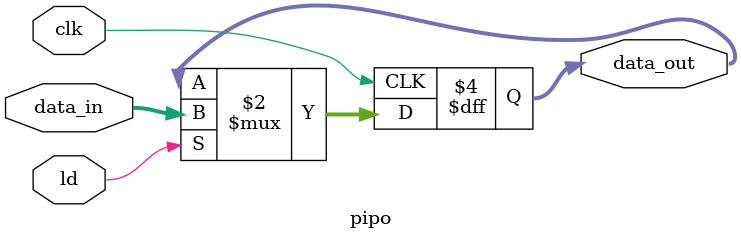
<source format=v>
module pipo(output reg [15:0] data_out, input [15:0] data_in, input ld, clk);
always @(posedge clk)
    if (ld)
        data_out <= data_in;
endmodule
</source>
